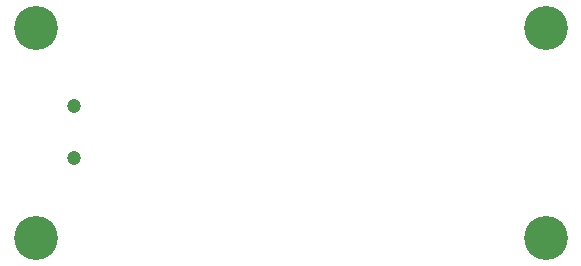
<source format=gbr>
G04 EAGLE Gerber RS-274X export*
G75*
%MOMM*%
%FSLAX34Y34*%
%LPD*%
%INSoldermask Bottom*%
%IPPOS*%
%AMOC8*
5,1,8,0,0,1.08239X$1,22.5*%
G01*
%ADD10C,1.203200*%
%ADD11C,3.719200*%


D10*
X57800Y137000D03*
X57800Y93000D03*
D11*
X457200Y25400D03*
X457200Y203200D03*
X25400Y203200D03*
X25400Y25400D03*
M02*

</source>
